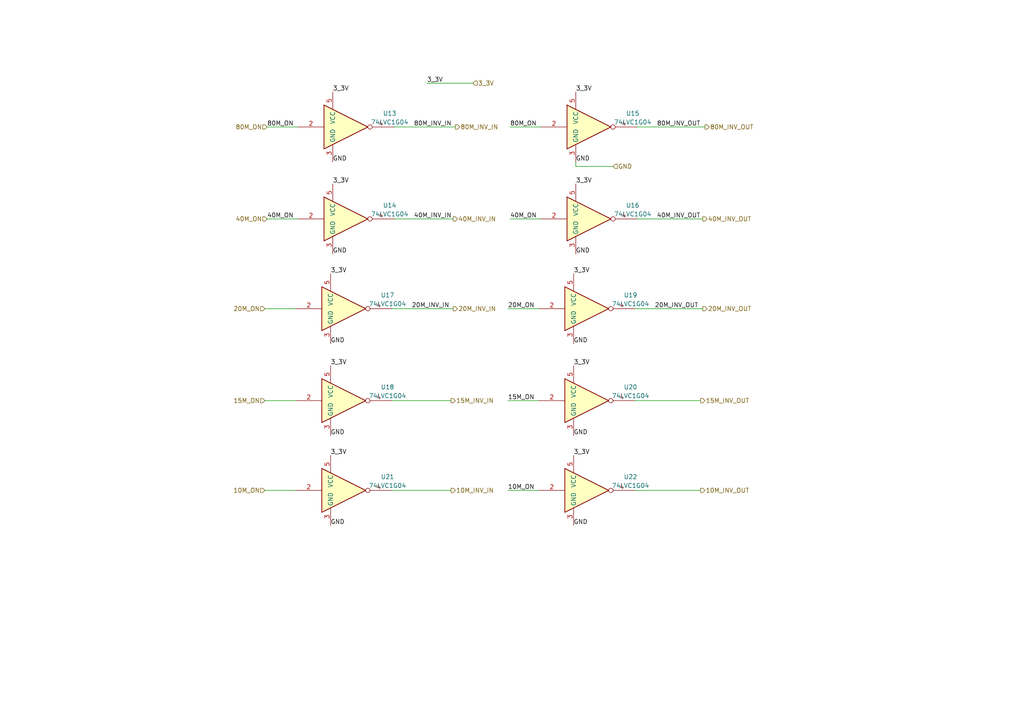
<source format=kicad_sch>
(kicad_sch (version 20230121) (generator eeschema)
  (paper "A4")
  (lib_symbols
    (symbol "74xGxx:74LVC1G04"
      (property "Reference" "U" (at 0 7.62 0))
      (property "Value" "74LVC1G04" (at 5.08 -7.62 0))
      (symbol "74LVC1G04_0_1"
        (polyline (pts (xy -7.62 6.35) (xy -7.62 -6.35) (xy 5.08 0) (xy -7.62 6.35)) (stroke (width 0.254)) (fill (type background)))
      )
      (symbol "74LVC1G04_1_1"
        (pin input line (at -15.24 0 0) (length 7.62) (name "~") (number "2"))
        (pin power_in line (at -5.08 -10.16 90) (length 5.08) (name "GND") (number "3"))
        (pin output inverted (at 12.7 0 180) (length 7.62) (name "~") (number "4"))
        (pin power_in line (at -5.08 10.16 270) (length 5.08) (name "VCC") (number "5"))
      )
    )
  )
  (wire (pts (xy 113.665 116.205) (xy 130.81 116.205)))
  (wire (pts (xy 113.665 142.24) (xy 130.81 142.24)))
  (wire (pts (xy 184.785 36.83) (xy 204.47 36.83)))
  (wire (pts (xy 147.955 36.83) (xy 156.845 36.83)))
  (wire (pts (xy 76.835 116.205) (xy 85.725 116.205)))
  (wire (pts (xy 123.825 24.13) (xy 137.16 24.13)))
  (wire (pts (xy 147.32 116.205) (xy 156.21 116.205)))
  (wire (pts (xy 147.955 63.5) (xy 156.845 63.5)))
  (wire (pts (xy 77.47 36.83) (xy 86.36 36.83)))
  (wire (pts (xy 177.8 48.26) (xy 167.005 48.26)))
  (wire (pts (xy 147.32 142.24) (xy 156.21 142.24)))
  (wire (pts (xy 77.47 63.5) (xy 86.36 63.5)))
  (wire (pts (xy 113.665 89.535) (xy 131.445 89.535)))
  (wire (pts (xy 184.15 116.205) (xy 203.2 116.205)))
  (wire (pts (xy 114.3 63.5) (xy 131.445 63.5)))
  (wire (pts (xy 147.32 89.535) (xy 156.21 89.535)))
  (wire (pts (xy 184.785 63.5) (xy 203.835 63.5)))
  (wire (pts (xy 114.3 36.83) (xy 132.08 36.83)))
  (wire (pts (xy 184.15 142.24) (xy 203.2 142.24)))
  (wire (pts (xy 76.835 142.24) (xy 85.725 142.24)))
  (wire (pts (xy 167.005 48.26) (xy 167.005 46.99)))
  (wire (pts (xy 184.15 89.535) (xy 203.835 89.535)))
  (wire (pts (xy 76.835 89.535) (xy 85.725 89.535)))
  (label "GND" (at 95.885 152.4 0))
  (label "3_3V" (at 95.885 132.08 0))
  (label "80M_INV_OUT" (at 190.5 36.83 0))
  (label "GND" (at 95.885 99.695 0))
  (label "3_3V" (at 96.52 26.67 0))
  (label "GND" (at 95.885 126.365 0))
  (label "40M_ON" (at 147.955 63.5 0))
  (label "40M_ON" (at 77.47 63.5 0))
  (label "80M_ON" (at 77.47 36.83 0))
  (label "15M_ON" (at 147.32 116.205 0))
  (label "GND" (at 96.52 46.99 0))
  (label "20M_INV_OUT" (at 189.865 89.535 0))
  (label "3_3V" (at 167.005 26.67 0))
  (label "GND" (at 166.37 126.365 0))
  (label "80M_ON" (at 147.955 36.83 0))
  (label "3_3V" (at 166.37 132.08 0))
  (label "10M_ON" (at 147.32 142.24 0))
  (label "GND" (at 96.52 73.66 0))
  (label "20M_INV_IN" (at 119.38 89.535 0))
  (label "GND" (at 167.005 46.99 0))
  (label "3_3V" (at 123.825 24.13 0))
  (label "3_3V" (at 95.885 106.045 0))
  (label "GND" (at 166.37 99.695 0))
  (label "3_3V" (at 166.37 106.045 0))
  (label "80M_INV_IN" (at 120.015 36.83 0))
  (label "40M_INV_IN" (at 120.015 63.5 0))
  (label "3_3V" (at 96.52 53.34 0))
  (label "GND" (at 166.37 152.4 0))
  (label "GND" (at 167.005 73.66 0))
  (label "3_3V" (at 95.885 79.375 0))
  (label "40M_INV_OUT" (at 190.5 63.5 0))
  (label "3_3V" (at 167.005 53.34 0))
  (label "3_3V" (at 166.37 79.375 0))
  (label "20M_ON" (at 147.32 89.535 0))
  (hierarchical_label "20M_ON" (shape input) (at 76.835 89.535 180))
  (hierarchical_label "10M_ON" (shape input) (at 76.835 142.24 180))
  (hierarchical_label "40M_INV_OUT" (shape output) (at 203.835 63.5 0))
  (hierarchical_label "15M_INV_IN" (shape output) (at 130.81 116.205 0))
  (hierarchical_label "20M_INV_OUT" (shape output) (at 203.835 89.535 0))
  (hierarchical_label "20M_INV_IN" (shape output) (at 131.445 89.535 0))
  (hierarchical_label "40M_ON" (shape input) (at 77.47 63.5 180))
  (hierarchical_label "10M_INV_OUT" (shape output) (at 203.2 142.24 0))
  (hierarchical_label "10M_INV_IN" (shape output) (at 130.81 142.24 0))
  (hierarchical_label "80M_INV_OUT" (shape output) (at 204.47 36.83 0))
  (hierarchical_label "80M_ON" (shape input) (at 77.47 36.83 180))
  (hierarchical_label "40M_INV_IN" (shape output) (at 131.445 63.5 0))
  (hierarchical_label "3_3V" (shape input) (at 137.16 24.13 0))
  (hierarchical_label "80M_INV_IN" (shape output) (at 132.08 36.83 0))
  (hierarchical_label "GND" (shape input) (at 177.8 48.26 0))
  (hierarchical_label "15M_INV_OUT" (shape output) (at 203.2 116.205 0))
  (hierarchical_label "15M_ON" (shape input) (at 76.835 116.205 180))
  (symbol (lib_id "74xGxx:74LVC1G04") (at 101.6 36.83 0) (unit 1)
    (property "Reference" "U13" (at 113.03 32.8931 0))
    (property "Value" "74LVC1G04" (at 113.03 35.4331 0))
    (property "Footprint" "digikey-footprints:SOT-353" (effects hide))
    (property "Datasheet" "https://www.ti.com/lit/ds/symlink/sn74lvc1g04.pdf" (effects hide))
    (property "Sim.Enable" "0" (effects hide))
  )
  (symbol (lib_id "74xGxx:74LVC1G04") (at 171.45 116.205 0) (unit 1)
    (property "Reference" "U20" (at 182.88 112.2681 0))
    (property "Value" "74LVC1G04" (at 182.88 114.8081 0))
    (property "Footprint" "digikey-footprints:SOT-353" (effects hide))
    (property "Datasheet" "https://www.ti.com/lit/ds/symlink/sn74lvc1g04.pdf" (effects hide))
    (property "Sim.Enable" "0" (effects hide))
  )
  (symbol (lib_id "74xGxx:74LVC1G04") (at 171.45 142.24 0) (unit 1)
    (property "Reference" "U22" (at 182.88 138.3031 0))
    (property "Value" "74LVC1G04" (at 182.88 140.8431 0))
    (property "Footprint" "digikey-footprints:SOT-353" (effects hide))
    (property "Datasheet" "https://www.ti.com/lit/ds/symlink/sn74lvc1g04.pdf" (effects hide))
    (property "Sim.Enable" "0" (effects hide))
  )
  (symbol (lib_id "74xGxx:74LVC1G04") (at 172.085 36.83 0) (unit 1)
    (property "Reference" "U15" (at 183.515 32.8931 0))
    (property "Value" "74LVC1G04" (at 183.515 35.4331 0))
    (property "Footprint" "digikey-footprints:SOT-353" (effects hide))
    (property "Datasheet" "https://www.ti.com/lit/ds/symlink/sn74lvc1g04.pdf" (effects hide))
    (property "Sim.Enable" "0" (effects hide))
  )
  (symbol (lib_id "74xGxx:74LVC1G04") (at 100.965 89.535 0) (unit 1)
    (property "Reference" "U17" (at 112.395 85.5981 0))
    (property "Value" "74LVC1G04" (at 112.395 88.1381 0))
    (property "Footprint" "digikey-footprints:SOT-353" (effects hide))
    (property "Datasheet" "https://www.ti.com/lit/ds/symlink/sn74lvc1g04.pdf" (effects hide))
    (property "Sim.Enable" "0" (effects hide))
  )
  (symbol (lib_id "74xGxx:74LVC1G04") (at 101.6 63.5 0) (unit 1)
    (property "Reference" "U14" (at 113.03 59.5631 0))
    (property "Value" "74LVC1G04" (at 113.03 62.1031 0))
    (property "Footprint" "digikey-footprints:SOT-353" (effects hide))
    (property "Datasheet" "https://www.ti.com/lit/ds/symlink/sn74lvc1g04.pdf" (effects hide))
    (property "Sim.Enable" "0" (effects hide))
  )
  (symbol (lib_id "74xGxx:74LVC1G04") (at 172.085 63.5 0) (unit 1)
    (property "Reference" "U16" (at 183.515 59.5631 0))
    (property "Value" "74LVC1G04" (at 183.515 62.1031 0))
    (property "Footprint" "digikey-footprints:SOT-353" (effects hide))
    (property "Datasheet" "https://www.ti.com/lit/ds/symlink/sn74lvc1g04.pdf" (effects hide))
    (property "Sim.Enable" "0" (effects hide))
  )
  (symbol (lib_id "74xGxx:74LVC1G04") (at 171.45 89.535 0) (unit 1)
    (property "Reference" "U19" (at 182.88 85.5981 0))
    (property "Value" "74LVC1G04" (at 182.88 88.1381 0))
    (property "Footprint" "digikey-footprints:SOT-353" (effects hide))
    (property "Datasheet" "https://www.ti.com/lit/ds/symlink/sn74lvc1g04.pdf" (effects hide))
    (property "Sim.Enable" "0" (effects hide))
  )
  (symbol (lib_id "74xGxx:74LVC1G04") (at 100.965 116.205 0) (unit 1)
    (property "Reference" "U18" (at 112.395 112.2681 0))
    (property "Value" "74LVC1G04" (at 112.395 114.8081 0))
    (property "Footprint" "digikey-footprints:SOT-353" (effects hide))
    (property "Datasheet" "https://www.ti.com/lit/ds/symlink/sn74lvc1g04.pdf" (effects hide))
    (property "Sim.Enable" "0" (effects hide))
  )
  (symbol (lib_id "74xGxx:74LVC1G04") (at 100.965 142.24 0) (unit 1)
    (property "Reference" "U21" (at 112.395 138.3031 0))
    (property "Value" "74LVC1G04" (at 112.395 140.8431 0))
    (property "Footprint" "digikey-footprints:SOT-353" (effects hide))
    (property "Datasheet" "https://www.ti.com/lit/ds/symlink/sn74lvc1g04.pdf" (effects hide))
    (property "Sim.Enable" "0" (effects hide))
  )
)
</source>
